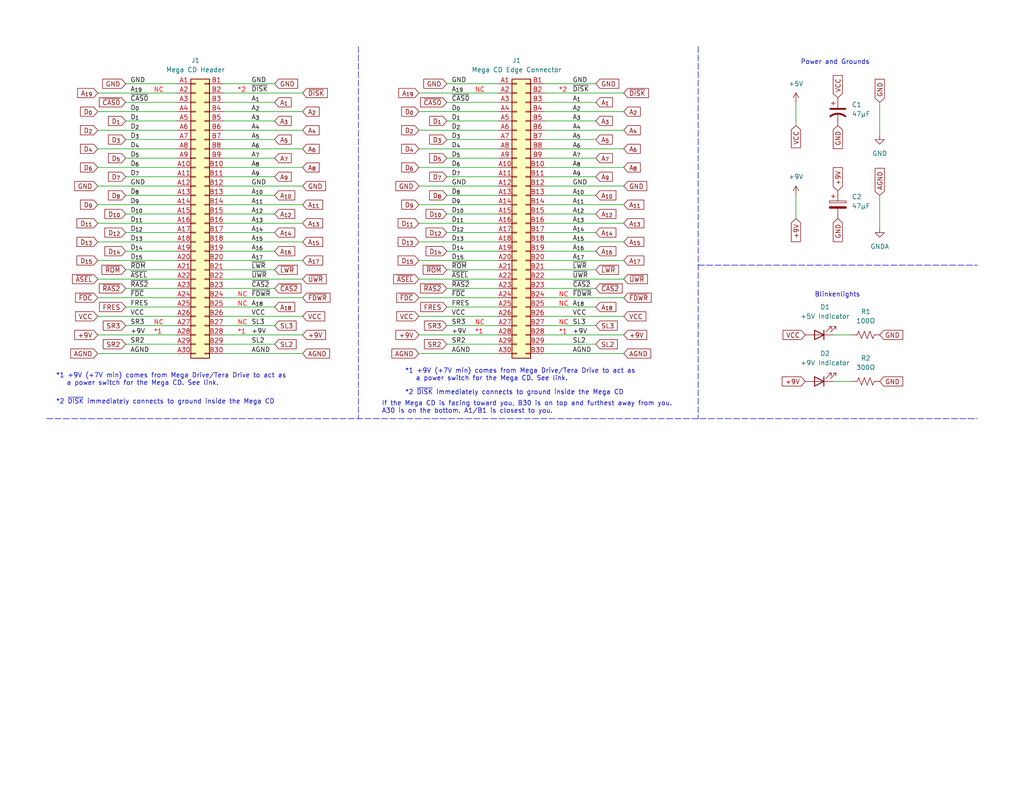
<source format=kicad_sch>
(kicad_sch (version 20230121) (generator eeschema)
  (paper "USLetter")
  (title_block (title "MegaCD Cable Adapter") (date "2023-11-23") (rev "1") (company "@ZiggyTheHamster@ruby.social"))
  (lib_symbols
    (symbol "Device:C_Polarized" (pin_numbers hide) (pin_names (offset 0.254))
      (property "Reference" "C" (at 0.635 2.54 0))
      (property "Value" "C_Polarized" (at 0.635 -2.54 0))
      (symbol "C_Polarized_0_1"
        (rectangle (start -2.286 0.508) (end 2.286 1.016))
        (polyline (pts (xy -1.778 2.286) (xy -0.762 2.286)))
        (polyline (pts (xy -1.27 2.794) (xy -1.27 1.778)))
        (rectangle (start 2.286 -0.508) (end -2.286 -1.016) (fill (type outline)))
      )
      (symbol "C_Polarized_1_1"
        (pin passive line (at 0 3.81 270) (length 2.794) (name "~") (number "1"))
        (pin passive line (at 0 -3.81 90) (length 2.794) (name "~") (number "2"))
      )
    )
    (symbol "Device:C_Polarized_US" (pin_numbers hide) (pin_names (offset 0.254) hide)
      (property "Reference" "C" (at 0.635 2.54 0))
      (property "Value" "C_Polarized_US" (at 0.635 -2.54 0))
      (symbol "C_Polarized_US_0_1"
        (polyline (pts (xy -2.032 0.762) (xy 2.032 0.762)) (stroke (width 0.508)))
        (polyline (pts (xy -1.778 2.286) (xy -0.762 2.286)))
        (polyline (pts (xy -1.27 1.778) (xy -1.27 2.794)))
        (arc (start 2.032 -1.27) (mid 0 -0.5572) (end -2.032 -1.27) (stroke (width 0.508)))
      )
      (symbol "C_Polarized_US_1_1"
        (pin passive line (at 0 3.81 270) (length 2.794) (name "~") (number "1"))
        (pin passive line (at 0 -3.81 90) (length 3.302) (name "~") (number "2"))
      )
    )
    (symbol "Device:LED" (pin_numbers hide) (pin_names (offset 1.016) hide)
      (property "Reference" "D" (at 0 2.54 0))
      (property "Value" "LED" (at 0 -2.54 0))
      (symbol "LED_0_1"
        (polyline (pts (xy -1.27 -1.27) (xy -1.27 1.27)) (stroke (width 0.254)))
        (polyline (pts (xy -1.27 0) (xy 1.27 0)))
        (polyline (pts (xy 1.27 -1.27) (xy 1.27 1.27) (xy -1.27 0) (xy 1.27 -1.27)) (stroke (width 0.254)))
        (polyline (pts (xy -3.048 -0.762) (xy -4.572 -2.286) (xy -3.81 -2.286) (xy -4.572 -2.286) (xy -4.572 -1.524)))
        (polyline (pts (xy -1.778 -0.762) (xy -3.302 -2.286) (xy -2.54 -2.286) (xy -3.302 -2.286) (xy -3.302 -1.524)))
      )
      (symbol "LED_1_1"
        (pin passive line (at -3.81 0 0) (length 2.54) (name "K") (number "1"))
        (pin passive line (at 3.81 0 180) (length 2.54) (name "A") (number "2"))
      )
    )
    (symbol "Device:R_US" (pin_numbers hide) (pin_names (offset 0))
      (property "Reference" "R" (at 2.54 0 90))
      (property "Value" "R_US" (at -2.54 0 90))
      (symbol "R_US_0_1"
        (polyline (pts (xy 0 -2.286) (xy 0 -2.54)))
        (polyline (pts (xy 0 2.286) (xy 0 2.54)))
        (polyline (pts (xy 0 -0.762) (xy 1.016 -1.143) (xy 0 -1.524) (xy -1.016 -1.905) (xy 0 -2.286)))
        (polyline (pts (xy 0 0.762) (xy 1.016 0.381) (xy 0 0) (xy -1.016 -0.381) (xy 0 -0.762)))
        (polyline (pts (xy 0 2.286) (xy 1.016 1.905) (xy 0 1.524) (xy -1.016 1.143) (xy 0 0.762)))
      )
      (symbol "R_US_1_1"
        (pin passive line (at 0 3.81 270) (length 1.27) (name "~") (number "1"))
        (pin passive line (at 0 -3.81 90) (length 1.27) (name "~") (number "2"))
      )
    )
    (symbol "Sega:Conn_02x30_Row_Letter_First_Capitalized" (pin_names (offset 1.016) hide)
      (property "Reference" "J" (at 1.27 38.1 0))
      (property "Value" "Conn_02x30_Row_Letter_First_Capitalized" (at 1.27 -40.64 0))
      (symbol "Conn_02x30_Row_Letter_First_Capitalized_1_1"
        (rectangle (start -1.27 -37.973) (end 0 -38.227) (stroke (width 0.1524)))
        (rectangle (start -1.27 -35.433) (end 0 -35.687) (stroke (width 0.1524)))
        (rectangle (start -1.27 -32.893) (end 0 -33.147) (stroke (width 0.1524)))
        (rectangle (start -1.27 -30.353) (end 0 -30.607) (stroke (width 0.1524)))
        (rectangle (start -1.27 -27.813) (end 0 -28.067) (stroke (width 0.1524)))
        (rectangle (start -1.27 -25.273) (end 0 -25.527) (stroke (width 0.1524)))
        (rectangle (start -1.27 -22.733) (end 0 -22.987) (stroke (width 0.1524)))
        (rectangle (start -1.27 -20.193) (end 0 -20.447) (stroke (width 0.1524)))
        (rectangle (start -1.27 -17.653) (end 0 -17.907) (stroke (width 0.1524)))
        (rectangle (start -1.27 -15.113) (end 0 -15.367) (stroke (width 0.1524)))
        (rectangle (start -1.27 -12.573) (end 0 -12.827) (stroke (width 0.1524)))
        (rectangle (start -1.27 -10.033) (end 0 -10.287) (stroke (width 0.1524)))
        (rectangle (start -1.27 -7.493) (end 0 -7.747) (stroke (width 0.1524)))
        (rectangle (start -1.27 -4.953) (end 0 -5.207) (stroke (width 0.1524)))
        (rectangle (start -1.27 -2.413) (end 0 -2.667) (stroke (width 0.1524)))
        (rectangle (start -1.27 0.127) (end 0 -0.127) (stroke (width 0.1524)))
        (rectangle (start -1.27 2.667) (end 0 2.413) (stroke (width 0.1524)))
        (rectangle (start -1.27 5.207) (end 0 4.953) (stroke (width 0.1524)))
        (rectangle (start -1.27 7.747) (end 0 7.493) (stroke (width 0.1524)))
        (rectangle (start -1.27 10.287) (end 0 10.033) (stroke (width 0.1524)))
        (rectangle (start -1.27 12.827) (end 0 12.573) (stroke (width 0.1524)))
        (rectangle (start -1.27 15.367) (end 0 15.113) (stroke (width 0.1524)))
        (rectangle (start -1.27 17.907) (end 0 17.653) (stroke (width 0.1524)))
        (rectangle (start -1.27 20.447) (end 0 20.193) (stroke (width 0.1524)))
        (rectangle (start -1.27 22.987) (end 0 22.733) (stroke (width 0.1524)))
        (rectangle (start -1.27 25.527) (end 0 25.273) (stroke (width 0.1524)))
        (rectangle (start -1.27 28.067) (end 0 27.813) (stroke (width 0.1524)))
        (rectangle (start -1.27 30.607) (end 0 30.353) (stroke (width 0.1524)))
        (rectangle (start -1.27 33.147) (end 0 32.893) (stroke (width 0.1524)))
        (rectangle (start -1.27 35.687) (end 0 35.433) (stroke (width 0.1524)))
        (rectangle (start -1.27 36.83) (end 3.81 -39.37) (stroke (width 0.254)) (fill (type background)))
        (rectangle (start 3.81 -37.973) (end 2.54 -38.227) (stroke (width 0.1524)))
        (rectangle (start 3.81 -35.433) (end 2.54 -35.687) (stroke (width 0.1524)))
        (rectangle (start 3.81 -32.893) (end 2.54 -33.147) (stroke (width 0.1524)))
        (rectangle (start 3.81 -30.353) (end 2.54 -30.607) (stroke (width 0.1524)))
        (rectangle (start 3.81 -27.813) (end 2.54 -28.067) (stroke (width 0.1524)))
        (rectangle (start 3.81 -25.273) (end 2.54 -25.527) (stroke (width 0.1524)))
        (rectangle (start 3.81 -22.733) (end 2.54 -22.987) (stroke (width 0.1524)))
        (rectangle (start 3.81 -20.193) (end 2.54 -20.447) (stroke (width 0.1524)))
        (rectangle (start 3.81 -17.653) (end 2.54 -17.907) (stroke (width 0.1524)))
        (rectangle (start 3.81 -15.113) (end 2.54 -15.367) (stroke (width 0.1524)))
        (rectangle (start 3.81 -12.573) (end 2.54 -12.827) (stroke (width 0.1524)))
        (rectangle (start 3.81 -10.033) (end 2.54 -10.287) (stroke (width 0.1524)))
        (rectangle (start 3.81 -7.493) (end 2.54 -7.747) (stroke (width 0.1524)))
        (rectangle (start 3.81 -4.953) (end 2.54 -5.207) (stroke (width 0.1524)))
        (rectangle (start 3.81 -2.413) (end 2.54 -2.667) (stroke (width 0.1524)))
        (rectangle (start 3.81 0.127) (end 2.54 -0.127) (stroke (width 0.1524)))
        (rectangle (start 3.81 2.667) (end 2.54 2.413) (stroke (width 0.1524)))
        (rectangle (start 3.81 5.207) (end 2.54 4.953) (stroke (width 0.1524)))
        (rectangle (start 3.81 7.747) (end 2.54 7.493) (stroke (width 0.1524)))
        (rectangle (start 3.81 10.287) (end 2.54 10.033) (stroke (width 0.1524)))
        (rectangle (start 3.81 12.827) (end 2.54 12.573) (stroke (width 0.1524)))
        (rectangle (start 3.81 15.367) (end 2.54 15.113) (stroke (width 0.1524)))
        (rectangle (start 3.81 17.907) (end 2.54 17.653) (stroke (width 0.1524)))
        (rectangle (start 3.81 20.447) (end 2.54 20.193) (stroke (width 0.1524)))
        (rectangle (start 3.81 22.987) (end 2.54 22.733) (stroke (width 0.1524)))
        (rectangle (start 3.81 25.527) (end 2.54 25.273) (stroke (width 0.1524)))
        (rectangle (start 3.81 28.067) (end 2.54 27.813) (stroke (width 0.1524)))
        (rectangle (start 3.81 30.607) (end 2.54 30.353) (stroke (width 0.1524)))
        (rectangle (start 3.81 33.147) (end 2.54 32.893) (stroke (width 0.1524)))
        (rectangle (start 3.81 35.687) (end 2.54 35.433) (stroke (width 0.1524)))
        (pin passive line (at -5.08 35.56 0) (length 3.81) (name "Pin_a1") (number "A1"))
        (pin passive line (at -5.08 12.7 0) (length 3.81) (name "Pin_a10") (number "A10"))
        (pin passive line (at -5.08 10.16 0) (length 3.81) (name "Pin_a11") (number "A11"))
        (pin passive line (at -5.08 7.62 0) (length 3.81) (name "Pin_a12") (number "A12"))
        (pin passive line (at -5.08 5.08 0) (length 3.81) (name "Pin_a13") (number "A13"))
        (pin passive line (at -5.08 2.54 0) (length 3.81) (name "Pin_a14") (number "A14"))
        (pin passive line (at -5.08 0 0) (length 3.81) (name "Pin_a15") (number "A15"))
        (pin passive line (at -5.08 -2.54 0) (length 3.81) (name "Pin_a16") (number "A16"))
        (pin passive line (at -5.08 -5.08 0) (length 3.81) (name "Pin_a17") (number "A17"))
        (pin passive line (at -5.08 -7.62 0) (length 3.81) (name "Pin_a18") (number "A18"))
        (pin passive line (at -5.08 -10.16 0) (length 3.81) (name "Pin_a19") (number "A19"))
        (pin passive line (at -5.08 33.02 0) (length 3.81) (name "Pin_a2") (number "A2"))
        (pin passive line (at -5.08 -12.7 0) (length 3.81) (name "Pin_a20") (number "A20"))
        (pin passive line (at -5.08 -15.24 0) (length 3.81) (name "Pin_a21") (number "A21"))
        (pin passive line (at -5.08 -17.78 0) (length 3.81) (name "Pin_a22") (number "A22"))
        (pin passive line (at -5.08 -20.32 0) (length 3.81) (name "Pin_a23") (number "A23"))
        (pin passive line (at -5.08 -22.86 0) (length 3.81) (name "Pin_a24") (number "A24"))
        (pin passive line (at -5.08 -25.4 0) (length 3.81) (name "Pin_a25") (number "A25"))
        (pin passive line (at -5.08 -27.94 0) (length 3.81) (name "Pin_a26") (number "A26"))
        (pin passive line (at -5.08 -30.48 0) (length 3.81) (name "Pin_a27") (number "A27"))
        (pin passive line (at -5.08 -33.02 0) (length 3.81) (name "Pin_a28") (number "A28"))
        (pin passive line (at -5.08 -35.56 0) (length 3.81) (name "Pin_a29") (number "A29"))
        (pin passive line (at -5.08 30.48 0) (length 3.81) (name "Pin_a3") (number "A3"))
        (pin passive line (at -5.08 -38.1 0) (length 3.81) (name "Pin_a30") (number "A30"))
        (pin passive line (at -5.08 27.94 0) (length 3.81) (name "Pin_a4") (number "A4"))
        (pin passive line (at -5.08 25.4 0) (length 3.81) (name "Pin_a5") (number "A5"))
        (pin passive line (at -5.08 22.86 0) (length 3.81) (name "Pin_a6") (number "A6"))
        (pin passive line (at -5.08 20.32 0) (length 3.81) (name "Pin_a7") (number "A7"))
        (pin passive line (at -5.08 17.78 0) (length 3.81) (name "Pin_a8") (number "A8"))
        (pin passive line (at -5.08 15.24 0) (length 3.81) (name "Pin_a9") (number "A9"))
        (pin passive line (at 7.62 35.56 180) (length 3.81) (name "Pin_b1") (number "B1"))
        (pin passive line (at 7.62 12.7 180) (length 3.81) (name "Pin_b10") (number "B10"))
        (pin passive line (at 7.62 10.16 180) (length 3.81) (name "Pin_b11") (number "B11"))
        (pin passive line (at 7.62 7.62 180) (length 3.81) (name "Pin_b12") (number "B12"))
        (pin passive line (at 7.62 5.08 180) (length 3.81) (name "Pin_b13") (number "B13"))
        (pin passive line (at 7.62 2.54 180) (length 3.81) (name "Pin_b14") (number "B14"))
        (pin passive line (at 7.62 0 180) (length 3.81) (name "Pin_b15") (number "B15"))
        (pin passive line (at 7.62 -2.54 180) (length 3.81) (name "Pin_b16") (number "B16"))
        (pin passive line (at 7.62 -5.08 180) (length 3.81) (name "Pin_b17") (number "B17"))
        (pin passive line (at 7.62 -7.62 180) (length 3.81) (name "Pin_b18") (number "B18"))
        (pin passive line (at 7.62 -10.16 180) (length 3.81) (name "Pin_b19") (number "B19"))
        (pin passive line (at 7.62 33.02 180) (length 3.81) (name "Pin_b2") (number "B2"))
        (pin passive line (at 7.62 -12.7 180) (length 3.81) (name "Pin_b20") (number "B20"))
        (pin passive line (at 7.62 -15.24 180) (length 3.81) (name "Pin_b21") (number "B21"))
        (pin passive line (at 7.62 -17.78 180) (length 3.81) (name "Pin_b22") (number "B22"))
        (pin passive line (at 7.62 -20.32 180) (length 3.81) (name "Pin_b23") (number "B23"))
        (pin passive line (at 7.62 -22.86 180) (length 3.81) (name "Pin_b24") (number "B24"))
        (pin passive line (at 7.62 -25.4 180) (length 3.81) (name "Pin_b25") (number "B25"))
        (pin passive line (at 7.62 -27.94 180) (length 3.81) (name "Pin_b26") (number "B26"))
        (pin passive line (at 7.62 -30.48 180) (length 3.81) (name "Pin_b27") (number "B27"))
        (pin passive line (at 7.62 -33.02 180) (length 3.81) (name "Pin_b28") (number "B28"))
        (pin passive line (at 7.62 -35.56 180) (length 3.81) (name "Pin_b29") (number "B29"))
        (pin passive line (at 7.62 30.48 180) (length 3.81) (name "Pin_b3") (number "B3"))
        (pin passive line (at 7.62 -38.1 180) (length 3.81) (name "Pin_b30") (number "B30"))
        (pin passive line (at 7.62 27.94 180) (length 3.81) (name "Pin_b4") (number "B4"))
        (pin passive line (at 7.62 25.4 180) (length 3.81) (name "Pin_b5") (number "B5"))
        (pin passive line (at 7.62 22.86 180) (length 3.81) (name "Pin_b6") (number "B6"))
        (pin passive line (at 7.62 20.32 180) (length 3.81) (name "Pin_b7") (number "B7"))
        (pin passive line (at 7.62 17.78 180) (length 3.81) (name "Pin_b8") (number "B8"))
        (pin passive line (at 7.62 15.24 180) (length 3.81) (name "Pin_b9") (number "B9"))
      )
    )
    (symbol "power:+5V" (power) (pin_names (offset 0))
      (property "Value" "+5V" (at 0 3.556 0))
      (symbol "+5V_0_1"
        (polyline (pts (xy -0.762 1.27) (xy 0 2.54)))
        (polyline (pts (xy 0 0) (xy 0 2.54)))
        (polyline (pts (xy 0 2.54) (xy 0.762 1.27)))
      )
      (symbol "+5V_1_1"
        (pin power_in line (at 0 0 90) (length 0) hide (name "+5V") (number "1"))
      )
    )
    (symbol "power:+9V" (power) (pin_names (offset 0))
      (property "Value" "+9V" (at 0 3.556 0))
      (symbol "+9V_0_1"
        (polyline (pts (xy -0.762 1.27) (xy 0 2.54)))
        (polyline (pts (xy 0 0) (xy 0 2.54)))
        (polyline (pts (xy 0 2.54) (xy 0.762 1.27)))
      )
      (symbol "+9V_1_1"
        (pin power_in line (at 0 0 90) (length 0) hide (name "+9V") (number "1"))
      )
    )
    (symbol "power:GND" (power) (pin_names (offset 0))
      (property "Value" "GND" (at 0 -3.81 0))
      (symbol "GND_0_1"
        (polyline (pts (xy 0 0) (xy 0 -1.27) (xy 1.27 -1.27) (xy 0 -2.54) (xy -1.27 -1.27) (xy 0 -1.27)))
      )
      (symbol "GND_1_1"
        (pin power_in line (at 0 0 270) (length 0) hide (name "GND") (number "1"))
      )
    )
    (symbol "power:GNDA" (power) (pin_names (offset 0))
      (property "Value" "GNDA" (at 0 -3.81 0))
      (symbol "GNDA_0_1"
        (polyline (pts (xy 0 0) (xy 0 -1.27) (xy 1.27 -1.27) (xy 0 -2.54) (xy -1.27 -1.27) (xy 0 -1.27)))
      )
      (symbol "GNDA_1_1"
        (pin power_in line (at 0 0 270) (length 0) hide (name "GNDA") (number "1"))
      )
    )
  )
  (wire (pts (xy 26.67 45.72) (xy 48.26 45.72)))
  (wire (pts (xy 26.67 76.2) (xy 48.26 76.2)))
  (wire (pts (xy 148.59 93.98) (xy 162.56 93.98)))
  (wire (pts (xy 60.96 33.02) (xy 74.93 33.02)))
  (wire (pts (xy 148.59 43.18) (xy 162.56 43.18)))
  (wire (pts (xy 60.96 48.26) (xy 74.93 48.26)))
  (wire (pts (xy 26.67 96.52) (xy 48.26 96.52)))
  (wire (pts (xy 34.29 27.94) (xy 48.26 27.94)))
  (wire (pts (xy 60.96 71.12) (xy 82.55 71.12)))
  (wire (pts (xy 34.29 33.02) (xy 48.26 33.02)))
  (wire (pts (xy 60.96 50.8) (xy 82.55 50.8)))
  (wire (pts (xy 148.59 76.2) (xy 170.18 76.2)))
  (wire (pts (xy 60.96 22.86) (xy 74.93 22.86)))
  (wire (pts (xy 60.96 60.96) (xy 82.55 60.96)))
  (wire (pts (xy 227.33 104.14) (xy 232.41 104.14)))
  (wire (pts (xy 114.3 71.12) (xy 135.89 71.12)))
  (wire (pts (xy 60.96 40.64) (xy 82.55 40.64)))
  (wire (pts (xy 26.67 66.04) (xy 48.26 66.04)))
  (wire (pts (xy 148.59 27.94) (xy 162.56 27.94)))
  (wire (pts (xy 240.03 27.94) (xy 240.03 36.83)))
  (wire (pts (xy 34.29 58.42) (xy 48.26 58.42)))
  (wire (pts (xy 34.29 38.1) (xy 48.26 38.1)))
  (wire (pts (xy 121.92 22.86) (xy 135.89 22.86)))
  (wire (pts (xy 114.3 50.8) (xy 135.89 50.8)))
  (wire (pts (xy 148.59 83.82) (xy 162.56 83.82)))
  (wire (pts (xy 34.29 93.98) (xy 48.26 93.98)))
  (wire (pts (xy 60.96 73.66) (xy 74.93 73.66)))
  (wire (pts (xy 114.3 66.04) (xy 135.89 66.04)))
  (wire (pts (xy 114.3 25.4) (xy 135.89 25.4)))
  (wire (pts (xy 148.59 38.1) (xy 162.56 38.1)))
  (wire (pts (xy 148.59 40.64) (xy 170.18 40.64)))
  (wire (pts (xy 217.17 27.94) (xy 217.17 34.29)))
  (wire (pts (xy 26.67 25.4) (xy 48.26 25.4)))
  (wire (pts (xy 148.59 53.34) (xy 162.56 53.34)))
  (wire (pts (xy 26.67 55.88) (xy 48.26 55.88)))
  (wire (pts (xy 60.96 58.42) (xy 74.93 58.42)))
  (wire (pts (xy 148.59 91.44) (xy 170.18 91.44)))
  (wire (pts (xy 148.59 25.4) (xy 170.18 25.4)))
  (wire (pts (xy 121.92 63.5) (xy 135.89 63.5)))
  (wire (pts (xy 60.96 35.56) (xy 82.55 35.56)))
  (wire (pts (xy 60.96 55.88) (xy 82.55 55.88)))
  (wire (pts (xy 114.3 40.64) (xy 135.89 40.64)))
  (wire (pts (xy 26.67 30.48) (xy 48.26 30.48)))
  (wire (pts (xy 121.92 33.02) (xy 135.89 33.02)))
  (wire (pts (xy 26.67 60.96) (xy 48.26 60.96)))
  (wire (pts (xy 60.96 30.48) (xy 82.55 30.48)))
  (wire (pts (xy 114.3 35.56) (xy 135.89 35.56)))
  (wire (pts (xy 60.96 78.74) (xy 74.93 78.74)))
  (wire (pts (xy 34.29 88.9) (xy 48.26 88.9)))
  (wire (pts (xy 60.96 45.72) (xy 82.55 45.72)))
  (wire (pts (xy 240.03 53.34) (xy 240.03 62.23)))
  (wire (pts (xy 148.59 48.26) (xy 162.56 48.26)))
  (wire (pts (xy 121.92 78.74) (xy 135.89 78.74)))
  (wire (pts (xy 121.92 68.58) (xy 135.89 68.58)))
  (wire (pts (xy 60.96 76.2) (xy 82.55 76.2)))
  (wire (pts (xy 34.29 43.18) (xy 48.26 43.18)))
  (wire (pts (xy 148.59 60.96) (xy 170.18 60.96)))
  (wire (pts (xy 60.96 43.18) (xy 74.93 43.18)))
  (wire (pts (xy 26.67 50.8) (xy 48.26 50.8)))
  (wire (pts (xy 60.96 66.04) (xy 82.55 66.04)))
  (wire (pts (xy 114.3 86.36) (xy 135.89 86.36)))
  (wire (pts (xy 114.3 55.88) (xy 135.89 55.88)))
  (wire (pts (xy 148.59 96.52) (xy 170.18 96.52)))
  (wire (pts (xy 114.3 60.96) (xy 135.89 60.96)))
  (wire (pts (xy 60.96 27.94) (xy 74.93 27.94)))
  (wire (pts (xy 148.59 35.56) (xy 170.18 35.56)))
  (wire (pts (xy 34.29 73.66) (xy 48.26 73.66)))
  (wire (pts (xy 121.92 88.9) (xy 135.89 88.9)))
  (wire (pts (xy 121.92 43.18) (xy 135.89 43.18)))
  (wire (pts (xy 148.59 66.04) (xy 170.18 66.04)))
  (wire (pts (xy 148.59 45.72) (xy 170.18 45.72)))
  (wire (pts (xy 148.59 30.48) (xy 170.18 30.48)))
  (wire (pts (xy 148.59 58.42) (xy 162.56 58.42)))
  (wire (pts (xy 26.67 35.56) (xy 48.26 35.56)))
  (wire (pts (xy 227.33 91.44) (xy 232.41 91.44)))
  (wire (pts (xy 60.96 88.9) (xy 74.93 88.9)))
  (wire (pts (xy 114.3 96.52) (xy 135.89 96.52)))
  (wire (pts (xy 60.96 38.1) (xy 74.93 38.1)))
  (wire (pts (xy 60.96 96.52) (xy 82.55 96.52)))
  (polyline (pts (xy 190.5 72.39) (xy 266.7 72.39)) (stroke (width 0) (type dash)))
  (wire (pts (xy 114.3 91.44) (xy 135.89 91.44)))
  (wire (pts (xy 60.96 91.44) (xy 82.55 91.44)))
  (wire (pts (xy 114.3 45.72) (xy 135.89 45.72)))
  (polyline (pts (xy 190.5 12.7) (xy 190.5 114.3)) (stroke (width 0) (type dash)))
  (wire (pts (xy 148.59 73.66) (xy 162.56 73.66)))
  (wire (pts (xy 26.67 71.12) (xy 48.26 71.12)))
  (wire (pts (xy 60.96 68.58) (xy 74.93 68.58)))
  (wire (pts (xy 121.92 73.66) (xy 135.89 73.66)))
  (wire (pts (xy 34.29 48.26) (xy 48.26 48.26)))
  (wire (pts (xy 148.59 78.74) (xy 162.56 78.74)))
  (wire (pts (xy 34.29 53.34) (xy 48.26 53.34)))
  (wire (pts (xy 34.29 78.74) (xy 48.26 78.74)))
  (wire (pts (xy 60.96 86.36) (xy 82.55 86.36)))
  (wire (pts (xy 148.59 71.12) (xy 170.18 71.12)))
  (wire (pts (xy 148.59 86.36) (xy 170.18 86.36)))
  (wire (pts (xy 114.3 81.28) (xy 135.89 81.28)))
  (wire (pts (xy 26.67 40.64) (xy 48.26 40.64)))
  (wire (pts (xy 121.92 83.82) (xy 135.89 83.82)))
  (wire (pts (xy 60.96 53.34) (xy 74.93 53.34)))
  (wire (pts (xy 121.92 38.1) (xy 135.89 38.1)))
  (wire (pts (xy 60.96 63.5) (xy 74.93 63.5)))
  (wire (pts (xy 114.3 30.48) (xy 135.89 30.48)))
  (wire (pts (xy 148.59 88.9) (xy 162.56 88.9)))
  (polyline (pts (xy 97.79 12.7) (xy 97.79 114.3)) (stroke (width 0) (type dash)))
  (wire (pts (xy 121.92 53.34) (xy 135.89 53.34)))
  (wire (pts (xy 26.67 91.44) (xy 48.26 91.44)))
  (wire (pts (xy 60.96 93.98) (xy 74.93 93.98)))
  (wire (pts (xy 34.29 63.5) (xy 48.26 63.5)))
  (wire (pts (xy 34.29 22.86) (xy 48.26 22.86)))
  (wire (pts (xy 60.96 81.28) (xy 82.55 81.28)))
  (wire (pts (xy 121.92 48.26) (xy 135.89 48.26)))
  (polyline (pts (xy 12.7 114.3) (xy 266.7 114.3)) (stroke (width 0) (type dash)))
  (wire (pts (xy 121.92 58.42) (xy 135.89 58.42)))
  (wire (pts (xy 34.29 83.82) (xy 48.26 83.82)))
  (wire (pts (xy 217.17 53.34) (xy 217.17 59.69)))
  (wire (pts (xy 148.59 22.86) (xy 162.56 22.86)))
  (wire (pts (xy 121.92 27.94) (xy 135.89 27.94)))
  (wire (pts (xy 121.92 93.98) (xy 135.89 93.98)))
  (wire (pts (xy 148.59 33.02) (xy 162.56 33.02)))
  (wire (pts (xy 34.29 68.58) (xy 48.26 68.58)))
  (wire (pts (xy 26.67 81.28) (xy 48.26 81.28)))
  (wire (pts (xy 148.59 68.58) (xy 162.56 68.58)))
  (wire (pts (xy 114.3 76.2) (xy 135.89 76.2)))
  (wire (pts (xy 148.59 81.28) (xy 170.18 81.28)))
  (wire (pts (xy 60.96 83.82) (xy 74.93 83.82)))
  (wire (pts (xy 148.59 50.8) (xy 170.18 50.8)))
  (wire (pts (xy 60.96 25.4) (xy 82.55 25.4)))
  (wire (pts (xy 148.59 55.88) (xy 170.18 55.88)))
  (wire (pts (xy 148.59 63.5) (xy 162.56 63.5)))
  (wire (pts (xy 26.67 86.36) (xy 48.26 86.36)))
  (text "If the Mega CD is facing toward you, B30 is on top and furthest away from you.\nA30 is on the bottom. A1/B1 is closest to you." (at 104.14 113.03 0) (effects (font (size 1.27 1.27)) (justify left bottom)))
  (text "*2 ~{DISK} immediately connects to ground inside the Mega CD" (at 15.24 110.49 0) (effects (font (size 1.27 1.27)) (justify left bottom)))
  (text "NC" (at 64.77 88.9 0) (effects (font (size 1.27 1.27)) (justify left bottom)))
  (text "*1" (at 152.4 91.44 0) (effects (font (size 1.27 1.27)) (justify left bottom)))
  (text "NC" (at 152.4 81.28 0) (effects (font (size 1.27 1.27)) (justify left bottom)))
  (text "*1 +9V (+7V min) comes from Mega Drive/Tera Drive to act as\n   a power switch for the Mega CD. See link." (at 15.24 105.41 0) (effects (font (size 1.27 1.27)) (justify left bottom)))
  (text "NC" (at 64.77 81.28 0) (effects (font (size 1.27 1.27)) (justify left bottom)))
  (text "*1" (at 129.54 91.44 0) (effects (font (size 1.27 1.27)) (justify left bottom)))
  (text "Blinkenlights" (at 222.25 81.28 0) (effects (font (size 1.27 1.27)) (justify left bottom)))
  (text "*1" (at 64.77 91.44 0) (effects (font (size 1.27 1.27)) (justify left bottom)))
  (text "Power and Grounds" (at 218.44 17.78 0) (effects (font (size 1.27 1.27)) (justify left bottom)))
  (text "*2" (at 64.77 25.4 0) (effects (font (size 1.27 1.27)) (justify left bottom)))
  (text "*2 ~{DISK} immediately connects to ground inside the Mega CD" (at 110.49 107.95 0) (effects (font (size 1.27 1.27)) (justify left bottom)))
  (text "NC" (at 129.54 25.4 0) (effects (font (size 1.27 1.27)) (justify left bottom)))
  (text "NC" (at 152.4 83.82 0) (effects (font (size 1.27 1.27)) (justify left bottom)))
  (text "NC" (at 64.77 83.82 0) (effects (font (size 1.27 1.27)) (justify left bottom)))
  (text "*1" (at 41.91 91.44 0) (effects (font (size 1.27 1.27)) (justify left bottom)))
  (text "*2" (at 152.4 25.4 0) (effects (font (size 1.27 1.27)) (justify left bottom)))
  (text "*1 +9V (+7V min) comes from Mega Drive/Tera Drive to act as\n   a power switch for the Mega CD. See link." (at 110.49 104.14 0) (effects (font (size 1.27 1.27)) (justify left bottom)))
  (text "NC" (at 152.4 88.9 0) (effects (font (size 1.27 1.27)) (justify left bottom)))
  (text "NC" (at 129.54 88.9 0) (effects (font (size 1.27 1.27)) (justify left bottom)))
  (text "NC" (at 41.91 25.4 0) (effects (font (size 1.27 1.27)) (justify left bottom)))
  (text "NC" (at 41.91 88.9 0) (effects (font (size 1.27 1.27)) (justify left bottom)))
  (label "+9V" (at 123.19 91.44 0))
  (label "D_{4}" (at 35.56 40.64 0))
  (label "A_{11}" (at 156.21 55.88 0))
  (label "A_{7}" (at 68.58 43.18 0))
  (label "A_{2}" (at 156.21 30.48 0))
  (label "D_{14}" (at 35.56 68.58 0))
  (label "D_{5}" (at 123.19 43.18 0))
  (label "GND" (at 35.56 22.86 0))
  (label "VCC" (at 156.21 86.36 0))
  (label "SR3" (at 35.56 88.9 0))
  (label "SR3" (at 123.19 88.9 0))
  (label "+9V" (at 35.56 91.44 0))
  (label "GND" (at 68.58 22.86 0))
  (label "A_{1}" (at 68.58 27.94 0))
  (label "~{UWR}" (at 156.21 76.2 0))
  (label "D_{11}" (at 35.56 60.96 0))
  (label "D_{4}" (at 123.19 40.64 0))
  (label "AGND" (at 68.58 96.52 0))
  (label "GND" (at 123.19 22.86 0))
  (label "~{DISK}" (at 156.21 25.4 0))
  (label "D_{1}" (at 123.19 33.02 0))
  (label "D_{3}" (at 35.56 38.1 0))
  (label "D_{12}" (at 35.56 63.5 0))
  (label "A_{3}" (at 156.21 33.02 0))
  (label "A_{8}" (at 68.58 45.72 0))
  (label "D_{13}" (at 35.56 66.04 0))
  (label "A_{15}" (at 68.58 66.04 0))
  (label "~{FDC}" (at 35.56 81.28 0))
  (label "~{UWR}" (at 68.58 76.2 0))
  (label "SR2" (at 35.56 93.98 0))
  (label "A_{10}" (at 156.21 53.34 0))
  (label "D_{6}" (at 123.19 45.72 0))
  (label "AGND" (at 35.56 96.52 0))
  (label "D_{1}" (at 35.56 33.02 0))
  (label "D_{8}" (at 35.56 53.34 0))
  (label "D_{7}" (at 35.56 48.26 0))
  (label "D_{0}" (at 123.19 30.48 0))
  (label "~{RAS2}" (at 123.19 78.74 0))
  (label "VCC" (at 35.56 86.36 0))
  (label "A_{1}" (at 156.21 27.94 0))
  (label "AGND" (at 156.21 96.52 0))
  (label "GND" (at 156.21 22.86 0))
  (label "A_{8}" (at 156.21 45.72 0))
  (label "AGND" (at 123.19 96.52 0))
  (label "D_{8}" (at 123.19 53.34 0))
  (label "A_{17}" (at 156.21 71.12 0))
  (label "D_{2}" (at 35.56 35.56 0))
  (label "D_{9}" (at 35.56 55.88 0))
  (label "~{FDWR}" (at 68.58 81.28 0))
  (label "D_{6}" (at 35.56 45.72 0))
  (label "A_{9}" (at 156.21 48.26 0))
  (label "D_{10}" (at 35.56 58.42 0))
  (label "A_{4}" (at 68.58 35.56 0))
  (label "D_{12}" (at 123.19 63.5 0))
  (label "SL3" (at 68.58 88.9 0))
  (label "SL2" (at 68.58 93.98 0))
  (label "A_{19}" (at 35.56 25.4 0))
  (label "VCC" (at 68.58 86.36 0))
  (label "D_{9}" (at 123.19 55.88 0))
  (label "~{LWR}" (at 68.58 73.66 0))
  (label "VCC" (at 123.19 86.36 0))
  (label "D_{7}" (at 123.19 48.26 0))
  (label "A_{5}" (at 68.58 38.1 0))
  (label "A_{5}" (at 156.21 38.1 0))
  (label "A_{14}" (at 156.21 63.5 0))
  (label "FRES" (at 35.56 83.82 0))
  (label "~{DISK}" (at 68.58 25.4 0))
  (label "SR2" (at 123.19 93.98 0))
  (label "~{FDC}" (at 123.19 81.28 0))
  (label "A_{16}" (at 156.21 68.58 0))
  (label "A_{17}" (at 68.58 71.12 0))
  (label "+9V" (at 68.58 91.44 0))
  (label "D_{13}" (at 123.19 66.04 0))
  (label "~{ASEL}" (at 123.19 76.2 0))
  (label "A_{16}" (at 68.58 68.58 0))
  (label "A_{14}" (at 68.58 63.5 0))
  (label "A_{19}" (at 123.19 25.4 0))
  (label "D_{14}" (at 123.19 68.58 0))
  (label "A_{6}" (at 68.58 40.64 0))
  (label "~{ROM}" (at 35.56 73.66 0))
  (label "A_{2}" (at 68.58 30.48 0))
  (label "~{FDWR}" (at 156.21 81.28 0))
  (label "~{CAS0}" (at 35.56 27.94 0))
  (label "~{RAS2}" (at 35.56 78.74 0))
  (label "A_{3}" (at 68.58 33.02 0))
  (label "A_{7}" (at 156.21 43.18 0))
  (label "GND" (at 68.58 50.8 0))
  (label "~{LWR}" (at 156.21 73.66 0))
  (label "D_{10}" (at 123.19 58.42 0))
  (label "A_{13}" (at 156.21 60.96 0))
  (label "GND" (at 156.21 50.8 0))
  (label "A_{4}" (at 156.21 35.56 0))
  (label "D_{0}" (at 35.56 30.48 0))
  (label "GND" (at 35.56 50.8 0))
  (label "+9V" (at 156.21 91.44 0))
  (label "FRES" (at 123.19 83.82 0))
  (label "A_{6}" (at 156.21 40.64 0))
  (label "A_{11}" (at 68.58 55.88 0))
  (label "~{CAS0}" (at 123.19 27.94 0))
  (label "~{CAS2}" (at 156.21 78.74 0))
  (label "~{ASEL}" (at 35.56 76.2 0))
  (label "A_{9}" (at 68.58 48.26 0))
  (label "D_{15}" (at 123.19 71.12 0))
  (label "D_{15}" (at 35.56 71.12 0))
  (label "A_{18}" (at 156.21 83.82 0))
  (label "~{ROM}" (at 123.19 73.66 0))
  (label "A_{15}" (at 156.21 66.04 0))
  (label "D_{2}" (at 123.19 35.56 0))
  (label "D_{3}" (at 123.19 38.1 0))
  (label "A_{18}" (at 68.58 83.82 0))
  (label "SL3" (at 156.21 88.9 0))
  (label "D_{5}" (at 35.56 43.18 0))
  (label "~{CAS2}" (at 68.58 78.74 0))
  (label "A_{13}" (at 68.58 60.96 0))
  (label "A_{12}" (at 68.58 58.42 0))
  (label "A_{10}" (at 68.58 53.34 0))
  (label "D_{11}" (at 123.19 60.96 0))
  (label "GND" (at 123.19 50.8 0))
  (label "A_{12}" (at 156.21 58.42 0))
  (label "SL2" (at 156.21 93.98 0))
  (global_label "D_{13}" (shape input) (at 26.67 66.04 180) (property "Intersheetrefs" "${INTERSHEET_REFS}" (effects hide)))
  (global_label "A_{7}" (shape input) (at 74.93 43.18 0) (property "Intersheetrefs" "${INTERSHEET_REFS}" (effects hide)))
  (global_label "~{DISK}" (shape input) (at 82.55 25.4 0) (property "Intersheetrefs" "${INTERSHEET_REFS}" (effects hide)))
  (global_label "VCC" (shape input) (at 219.71 91.44 180) (property "Intersheetrefs" "${INTERSHEET_REFS}" (effects hide)))
  (global_label "D_{6}" (shape input) (at 26.67 45.72 180) (property "Intersheetrefs" "${INTERSHEET_REFS}" (effects hide)))
  (global_label "VCC" (shape input) (at 217.17 34.29 270) (property "Intersheetrefs" "${INTERSHEET_REFS}" (effects hide)))
  (global_label "GND" (shape input) (at 228.6 34.29 270) (property "Intersheetrefs" "${INTERSHEET_REFS}" (effects hide)))
  (global_label "D_{12}" (shape input) (at 34.29 63.5 180) (property "Intersheetrefs" "${INTERSHEET_REFS}" (effects hide)))
  (global_label "A_{8}" (shape input) (at 170.18 45.72 0) (property "Intersheetrefs" "${INTERSHEET_REFS}" (effects hide)))
  (global_label "~{UWR}" (shape input) (at 82.55 76.2 0) (property "Intersheetrefs" "${INTERSHEET_REFS}" (effects hide)))
  (global_label "D_{10}" (shape input) (at 121.92 58.42 180) (property "Intersheetrefs" "${INTERSHEET_REFS}" (effects hide)))
  (global_label "SL2" (shape input) (at 162.56 93.98 0) (property "Intersheetrefs" "${INTERSHEET_REFS}" (effects hide)))
  (global_label "A_{17}" (shape input) (at 170.18 71.12 0) (property "Intersheetrefs" "${INTERSHEET_REFS}" (effects hide)))
  (global_label "A_{7}" (shape input) (at 162.56 43.18 0) (property "Intersheetrefs" "${INTERSHEET_REFS}" (effects hide)))
  (global_label "A_{10}" (shape input) (at 74.93 53.34 0) (property "Intersheetrefs" "${INTERSHEET_REFS}" (effects hide)))
  (global_label "~{RAS2}" (shape input) (at 121.92 78.74 180) (property "Intersheetrefs" "${INTERSHEET_REFS}" (effects hide)))
  (global_label "GND" (shape input) (at 170.18 50.8 0) (property "Intersheetrefs" "${INTERSHEET_REFS}" (effects hide)))
  (global_label "~{LWR}" (shape input) (at 74.93 73.66 0) (property "Intersheetrefs" "${INTERSHEET_REFS}" (effects hide)))
  (global_label "A_{13}" (shape input) (at 170.18 60.96 0) (property "Intersheetrefs" "${INTERSHEET_REFS}" (effects hide)))
  (global_label "A_{18}" (shape input) (at 162.56 83.82 0) (property "Intersheetrefs" "${INTERSHEET_REFS}" (effects hide)))
  (global_label "VCC" (shape input) (at 82.55 86.36 0) (property "Intersheetrefs" "${INTERSHEET_REFS}" (effects hide)))
  (global_label "AGND" (shape input) (at 114.3 96.52 180) (property "Intersheetrefs" "${INTERSHEET_REFS}" (effects hide)))
  (global_label "A_{16}" (shape input) (at 162.56 68.58 0) (property "Intersheetrefs" "${INTERSHEET_REFS}" (effects hide)))
  (global_label "A_{2}" (shape input) (at 170.18 30.48 0) (property "Intersheetrefs" "${INTERSHEET_REFS}" (effects hide)))
  (global_label "A_{12}" (shape input) (at 74.93 58.42 0) (property "Intersheetrefs" "${INTERSHEET_REFS}" (effects hide)))
  (global_label "SR3" (shape input) (at 121.92 88.9 180) (property "Intersheetrefs" "${INTERSHEET_REFS}" (effects hide)))
  (global_label "A_{9}" (shape input) (at 74.93 48.26 0) (property "Intersheetrefs" "${INTERSHEET_REFS}" (effects hide)))
  (global_label "D_{3}" (shape input) (at 34.29 38.1 180) (property "Intersheetrefs" "${INTERSHEET_REFS}" (effects hide)))
  (global_label "A_{9}" (shape input) (at 162.56 48.26 0) (property "Intersheetrefs" "${INTERSHEET_REFS}" (effects hide)))
  (global_label "FRES" (shape input) (at 121.92 83.82 180) (property "Intersheetrefs" "${INTERSHEET_REFS}" (effects hide)))
  (global_label "D_{3}" (shape input) (at 121.92 38.1 180) (property "Intersheetrefs" "${INTERSHEET_REFS}" (effects hide)))
  (global_label "~{CAS0}" (shape input) (at 34.29 27.94 180) (property "Intersheetrefs" "${INTERSHEET_REFS}" (effects hide)))
  (global_label "D_{2}" (shape input) (at 114.3 35.56 180) (property "Intersheetrefs" "${INTERSHEET_REFS}" (effects hide)))
  (global_label "AGND" (shape input) (at 26.67 96.52 180) (property "Intersheetrefs" "${INTERSHEET_REFS}" (effects hide)))
  (global_label "D_{0}" (shape input) (at 26.67 30.48 180) (property "Intersheetrefs" "${INTERSHEET_REFS}" (effects hide)))
  (global_label "~{DISK}" (shape input) (at 170.18 25.4 0) (property "Intersheetrefs" "${INTERSHEET_REFS}" (effects hide)))
  (global_label "SL3" (shape input) (at 74.93 88.9 0) (property "Intersheetrefs" "${INTERSHEET_REFS}" (effects hide)))
  (global_label "A_{19}" (shape input) (at 114.3 25.4 180) (property "Intersheetrefs" "${INTERSHEET_REFS}" (effects hide)))
  (global_label "~{CAS2}" (shape input) (at 162.56 78.74 0) (property "Intersheetrefs" "${INTERSHEET_REFS}" (effects hide)))
  (global_label "~{CAS2}" (shape input) (at 74.93 78.74 0) (property "Intersheetrefs" "${INTERSHEET_REFS}" (effects hide)))
  (global_label "GND" (shape input) (at 82.55 50.8 0) (property "Intersheetrefs" "${INTERSHEET_REFS}" (effects hide)))
  (global_label "D_{11}" (shape input) (at 114.3 60.96 180) (property "Intersheetrefs" "${INTERSHEET_REFS}" (effects hide)))
  (global_label "D_{5}" (shape input) (at 121.92 43.18 180) (property "Intersheetrefs" "${INTERSHEET_REFS}" (effects hide)))
  (global_label "A_{10}" (shape input) (at 162.56 53.34 0) (property "Intersheetrefs" "${INTERSHEET_REFS}" (effects hide)))
  (global_label "~{CAS0}" (shape input) (at 121.92 27.94 180) (property "Intersheetrefs" "${INTERSHEET_REFS}" (effects hide)))
  (global_label "D_{11}" (shape input) (at 26.67 60.96 180) (property "Intersheetrefs" "${INTERSHEET_REFS}" (effects hide)))
  (global_label "A_{17}" (shape input) (at 82.55 71.12 0) (property "Intersheetrefs" "${INTERSHEET_REFS}" (effects hide)))
  (global_label "VCC" (shape input) (at 114.3 86.36 180) (property "Intersheetrefs" "${INTERSHEET_REFS}" (effects hide)))
  (global_label "D_{1}" (shape input) (at 121.92 33.02 180) (property "Intersheetrefs" "${INTERSHEET_REFS}" (effects hide)))
  (global_label "AGND" (shape input) (at 240.03 53.34 90) (property "Intersheetrefs" "${INTERSHEET_REFS}" (effects hide)))
  (global_label "~{FDC}" (shape input) (at 26.67 81.28 180) (property "Intersheetrefs" "${INTERSHEET_REFS}" (effects hide)))
  (global_label "GND" (shape input) (at 34.29 22.86 180) (property "Intersheetrefs" "${INTERSHEET_REFS}" (effects hide)))
  (global_label "D_{6}" (shape input) (at 114.3 45.72 180) (property "Intersheetrefs" "${INTERSHEET_REFS}" (effects hide)))
  (global_label "GND" (shape input) (at 162.56 22.86 0) (property "Intersheetrefs" "${INTERSHEET_REFS}" (effects hide)))
  (global_label "D_{1}" (shape input) (at 34.29 33.02 180) (property "Intersheetrefs" "${INTERSHEET_REFS}" (effects hide)))
  (global_label "~{ASEL}" (shape input) (at 26.67 76.2 180) (property "Intersheetrefs" "${INTERSHEET_REFS}" (effects hide)))
  (global_label "A_{16}" (shape input) (at 74.93 68.58 0) (property "Intersheetrefs" "${INTERSHEET_REFS}" (effects hide)))
  (global_label "D_{7}" (shape input) (at 34.29 48.26 180) (property "Intersheetrefs" "${INTERSHEET_REFS}" (effects hide)))
  (global_label "+9V" (shape input) (at 228.6 52.07 90) (property "Intersheetrefs" "${INTERSHEET_REFS}" (effects hide)))
  (global_label "~{ROM}" (shape input) (at 121.92 73.66 180) (property "Intersheetrefs" "${INTERSHEET_REFS}" (effects hide)))
  (global_label "~{FDWR}" (shape input) (at 170.18 81.28 0) (property "Intersheetrefs" "${INTERSHEET_REFS}" (effects hide)))
  (global_label "D_{7}" (shape input) (at 121.92 48.26 180) (property "Intersheetrefs" "${INTERSHEET_REFS}" (effects hide)))
  (global_label "D_{0}" (shape input) (at 114.3 30.48 180) (property "Intersheetrefs" "${INTERSHEET_REFS}" (effects hide)))
  (global_label "SL2" (shape input) (at 74.93 93.98 0) (property "Intersheetrefs" "${INTERSHEET_REFS}" (effects hide)))
  (global_label "~{LWR}" (shape input) (at 162.56 73.66 0) (property "Intersheetrefs" "${INTERSHEET_REFS}" (effects hide)))
  (global_label "GND" (shape input) (at 121.92 22.86 180) (property "Intersheetrefs" "${INTERSHEET_REFS}" (effects hide)))
  (global_label "D_{14}" (shape input) (at 121.92 68.58 180) (property "Intersheetrefs" "${INTERSHEET_REFS}" (effects hide)))
  (global_label "SL3" (shape input) (at 162.56 88.9 0) (property "Intersheetrefs" "${INTERSHEET_REFS}" (effects hide)))
  (global_label "A_{11}" (shape input) (at 170.18 55.88 0) (property "Intersheetrefs" "${INTERSHEET_REFS}" (effects hide)))
  (global_label "D_{15}" (shape input) (at 114.3 71.12 180) (property "Intersheetrefs" "${INTERSHEET_REFS}" (effects hide)))
  (global_label "A_{3}" (shape input) (at 162.56 33.02 0) (property "Intersheetrefs" "${INTERSHEET_REFS}" (effects hide)))
  (global_label "VCC" (shape input) (at 170.18 86.36 0) (property "Intersheetrefs" "${INTERSHEET_REFS}" (effects hide)))
  (global_label "+9V" (shape input) (at 217.17 59.69 270) (property "Intersheetrefs" "${INTERSHEET_REFS}" (effects hide)))
  (global_label "D_{15}" (shape input) (at 26.67 71.12 180) (property "Intersheetrefs" "${INTERSHEET_REFS}" (effects hide)))
  (global_label "A_{12}" (shape input) (at 162.56 58.42 0) (property "Intersheetrefs" "${INTERSHEET_REFS}" (effects hide)))
  (global_label "A_{5}" (shape input) (at 162.56 38.1 0) (property "Intersheetrefs" "${INTERSHEET_REFS}" (effects hide)))
  (global_label "GND" (shape input) (at 240.03 91.44 0) (property "Intersheetrefs" "${INTERSHEET_REFS}" (effects hide)))
  (global_label "~{FDC}" (shape input) (at 114.3 81.28 180) (property "Intersheetrefs" "${INTERSHEET_REFS}" (effects hide)))
  (global_label "~{FDWR}" (shape input) (at 82.55 81.28 0) (property "Intersheetrefs" "${INTERSHEET_REFS}" (effects hide)))
  (global_label "A_{1}" (shape input) (at 162.56 27.94 0) (property "Intersheetrefs" "${INTERSHEET_REFS}" (effects hide)))
  (global_label "+9V" (shape input) (at 114.3 91.44 180) (property "Intersheetrefs" "${INTERSHEET_REFS}" (effects hide)))
  (global_label "A_{11}" (shape input) (at 82.55 55.88 0) (property "Intersheetrefs" "${INTERSHEET_REFS}" (effects hide)))
  (global_label "A_{8}" (shape input) (at 82.55 45.72 0) (property "Intersheetrefs" "${INTERSHEET_REFS}" (effects hide)))
  (global_label "D_{9}" (shape input) (at 26.67 55.88 180) (property "Intersheetrefs" "${INTERSHEET_REFS}" (effects hide)))
  (global_label "GND" (shape input) (at 114.3 50.8 180) (property "Intersheetrefs" "${INTERSHEET_REFS}" (effects hide)))
  (global_label "FRES" (shape input) (at 34.29 83.82 180) (property "Intersheetrefs" "${INTERSHEET_REFS}" (effects hide)))
  (global_label "D_{10}" (shape input) (at 34.29 58.42 180) (property "Intersheetrefs" "${INTERSHEET_REFS}" (effects hide)))
  (global_label "+9V" (shape input) (at 170.18 91.44 0) (property "Intersheetrefs" "${INTERSHEET_REFS}" (effects hide)))
  (global_label "GND" (shape input) (at 26.67 50.8 180) (property "Intersheetrefs" "${INTERSHEET_REFS}" (effects hide)))
  (global_label "A_{3}" (shape input) (at 74.93 33.02 0) (property "Intersheetrefs" "${INTERSHEET_REFS}" (effects hide)))
  (global_label "AGND" (shape input) (at 82.55 96.52 0) (property "Intersheetrefs" "${INTERSHEET_REFS}" (effects hide)))
  (global_label "GND" (shape input) (at 240.03 104.14 0) (property "Intersheetrefs" "${INTERSHEET_REFS}" (effects hide)))
  (global_label "SR2" (shape input) (at 34.29 93.98 180) (property "Intersheetrefs" "${INTERSHEET_REFS}" (effects hide)))
  (global_label "A_{13}" (shape input) (at 82.55 60.96 0) (property "Intersheetrefs" "${INTERSHEET_REFS}" (effects hide)))
  (global_label "~{ASEL}" (shape input) (at 114.3 76.2 180) (property "Intersheetrefs" "${INTERSHEET_REFS}" (effects hide)))
  (global_label "A_{15}" (shape input) (at 170.18 66.04 0) (property "Intersheetrefs" "${INTERSHEET_REFS}" (effects hide)))
  (global_label "AGND" (shape input) (at 170.18 96.52 0) (property "Intersheetrefs" "${INTERSHEET_REFS}" (effects hide)))
  (global_label "A_{5}" (shape input) (at 74.93 38.1 0) (property "Intersheetrefs" "${INTERSHEET_REFS}" (effects hide)))
  (global_label "D_{5}" (shape input) (at 34.29 43.18 180) (property "Intersheetrefs" "${INTERSHEET_REFS}" (effects hide)))
  (global_label "GND" (shape input) (at 228.6 59.69 270) (property "Intersheetrefs" "${INTERSHEET_REFS}" (effects hide)))
  (global_label "D_{8}" (shape input) (at 121.92 53.34 180) (property "Intersheetrefs" "${INTERSHEET_REFS}" (effects hide)))
  (global_label "SR2" (shape input) (at 121.92 93.98 180) (property "Intersheetrefs" "${INTERSHEET_REFS}" (effects hide)))
  (global_label "D_{2}" (shape input) (at 26.67 35.56 180) (property "Intersheetrefs" "${INTERSHEET_REFS}" (effects hide)))
  (global_label "A_{6}" (shape input) (at 82.55 40.64 0) (property "Intersheetrefs" "${INTERSHEET_REFS}" (effects hide)))
  (global_label "A_{1}" (shape input) (at 74.93 27.94 0) (property "Intersheetrefs" "${INTERSHEET_REFS}" (effects hide)))
  (global_label "GND" (shape input) (at 240.03 27.94 90) (property "Intersheetrefs" "${INTERSHEET_REFS}" (effects hide)))
  (global_label "D_{4}" (shape input) (at 26.67 40.64 180) (property "Intersheetrefs" "${INTERSHEET_REFS}" (effects hide)))
  (global_label "+9V" (shape input) (at 82.55 91.44 0) (property "Intersheetrefs" "${INTERSHEET_REFS}" (effects hide)))
  (global_label "+9V" (shape input) (at 26.67 91.44 180) (property "Intersheetrefs" "${INTERSHEET_REFS}" (effects hide)))
  (global_label "A_{14}" (shape input) (at 162.56 63.5 0) (property "Intersheetrefs" "${INTERSHEET_REFS}" (effects hide)))
  (global_label "D_{9}" (shape input) (at 114.3 55.88 180) (property "Intersheetrefs" "${INTERSHEET_REFS}" (effects hide)))
  (global_label "D_{13}" (shape input) (at 114.3 66.04 180) (property "Intersheetrefs" "${INTERSHEET_REFS}" (effects hide)))
  (global_label "VCC" (shape input) (at 228.6 26.67 90) (property "Intersheetrefs" "${INTERSHEET_REFS}" (effects hide)))
  (global_label "A_{18}" (shape input) (at 74.93 83.82 0) (property "Intersheetrefs" "${INTERSHEET_REFS}" (effects hide)))
  (global_label "GND" (shape input) (at 74.93 22.86 0) (property "Intersheetrefs" "${INTERSHEET_REFS}" (effects hide)))
  (global_label "D_{8}" (shape input) (at 34.29 53.34 180) (property "Intersheetrefs" "${INTERSHEET_REFS}" (effects hide)))
  (global_label "~{RAS2}" (shape input) (at 34.29 78.74 180) (property "Intersheetrefs" "${INTERSHEET_REFS}" (effects hide)))
  (global_label "D_{4}" (shape input) (at 114.3 40.64 180) (property "Intersheetrefs" "${INTERSHEET_REFS}" (effects hide)))
  (global_label "A_{4}" (shape input) (at 170.18 35.56 0) (property "Intersheetrefs" "${INTERSHEET_REFS}" (effects hide)))
  (global_label "A_{15}" (shape input) (at 82.55 66.04 0) (property "Intersheetrefs" "${INTERSHEET_REFS}" (effects hide)))
  (global_label "D_{14}" (shape input) (at 34.29 68.58 180) (property "Intersheetrefs" "${INTERSHEET_REFS}" (effects hide)))
  (global_label "VCC" (shape input) (at 26.67 86.36 180) (property "Intersheetrefs" "${INTERSHEET_REFS}" (effects hide)))
  (global_label "A_{2}" (shape input) (at 82.55 30.48 0) (property "Intersheetrefs" "${INTERSHEET_REFS}" (effects hide)))
  (global_label "A_{19}" (shape input) (at 26.67 25.4 180) (property "Intersheetrefs" "${INTERSHEET_REFS}" (effects hide)))
  (global_label "D_{12}" (shape input) (at 121.92 63.5 180) (property "Intersheetrefs" "${INTERSHEET_REFS}" (effects hide)))
  (global_label "SR3" (shape input) (at 34.29 88.9 180) (property "Intersheetrefs" "${INTERSHEET_REFS}" (effects hide)))
  (global_label "~{UWR}" (shape input) (at 170.18 76.2 0) (property "Intersheetrefs" "${INTERSHEET_REFS}" (effects hide)))
  (global_label "A_{4}" (shape input) (at 82.55 35.56 0) (property "Intersheetrefs" "${INTERSHEET_REFS}" (effects hide)))
  (global_label "A_{6}" (shape input) (at 170.18 40.64 0) (property "Intersheetrefs" "${INTERSHEET_REFS}" (effects hide)))
  (global_label "A_{14}" (shape input) (at 74.93 63.5 0) (property "Intersheetrefs" "${INTERSHEET_REFS}" (effects hide)))
  (global_label "~{ROM}" (shape input) (at 34.29 73.66 180) (property "Intersheetrefs" "${INTERSHEET_REFS}" (effects hide)))
  (global_label "+9V" (shape input) (at 219.71 104.14 180) (property "Intersheetrefs" "${INTERSHEET_REFS}" (effects hide)))
  (symbol (lib_id "Device:C_Polarized_US") (at 228.6 30.48 0) (unit 1)
    (property "Reference" "C1" (at 232.41 28.575 0) (effects (justify left)))
    (property "Value" "47μF" (at 232.41 31.115 0) (effects (justify left)))
    (instances (project "Teradrive Mega CD Adapter" (path "" (reference "C1") (unit 1)) (path "" (reference "C3") (unit 1))))
  )
  (symbol (lib_id "Device:R_US") (at 236.22 91.44 90) (unit 1)
    (property "Reference" "R1" (at 236.22 85.09 90))
    (property "Value" "100Ω" (at 236.22 87.63 90))
    (property "Footprint" "Resistor_SMD:R_1206_3216Metric_Pad1.30x1.75mm_HandSolder" (effects hide))
    (instances (project "Teradrive Mega CD Adapter" (path "" (reference "R1") (unit 1)) (path "" (reference "R3") (unit 1))))
  )
  (symbol (lib_id "power:GND") (at 240.03 36.83 0) (unit 1)
    (property "Reference" "#PWR03" (effects hide))
    (property "Value" "GND" (at 240.03 41.91 0))
    (instances (project "Teradrive Mega CD Adapter" (path "" (reference "#PWR03") (unit 1)) (path "" (reference "#PWR07") (unit 1))))
  )
  (symbol (lib_id "power:+5V") (at 217.17 27.94 0) (unit 1)
    (property "Reference" "#PWR01" (effects hide))
    (property "Value" "+5V" (at 217.17 22.86 0))
    (instances (project "Teradrive Mega CD Adapter" (path "" (reference "#PWR01") (unit 1)) (path "" (reference "#PWR05") (unit 1))))
  )
  (symbol (lib_id "power:GNDA") (at 240.03 62.23 0) (unit 1)
    (property "Reference" "#PWR04" (effects hide))
    (property "Value" "GNDA" (at 240.03 67.31 0))
    (instances (project "Teradrive Mega CD Adapter" (path "" (reference "#PWR04") (unit 1)) (path "" (reference "#PWR08") (unit 1))))
  )
  (symbol (lib_id "Device:LED") (at 223.52 91.44 180) (unit 1)
    (property "Reference" "D1" (at 225.1075 83.82 0))
    (property "Value" "+5V Indicator" (at 225.1075 86.36 0))
    (instances (project "Teradrive Mega CD Adapter" (path "" (reference "D1") (unit 1)) (path "" (reference "D3") (unit 1))))
  )
  (symbol (lib_id "Device:C_Polarized") (at 228.6 55.88 0) (unit 1)
    (property "Reference" "C2" (at 232.41 53.721 0) (effects (justify left)))
    (property "Value" "47μF" (at 232.41 56.261 0) (effects (justify left)))
    (instances (project "Teradrive Mega CD Adapter" (path "" (reference "C2") (unit 1)) (path "" (reference "C4") (unit 1))))
  )
  (symbol (lib_id "Device:LED") (at 223.52 104.14 180) (unit 1)
    (property "Reference" "D2" (at 225.1075 96.52 0))
    (property "Value" "+9V Indicator" (at 225.1075 99.06 0))
    (instances (project "Teradrive Mega CD Adapter" (path "" (reference "D2") (unit 1)) (path "" (reference "D4") (unit 1))))
  )
  (symbol (lib_id "Sega:Conn_02x30_Row_Letter_First_Capitalized") (at 53.34 58.42 0) (unit 1)
    (property "Reference" "J1" (at 53.34 16.51 0))
    (property "Value" "Mega CD Header" (at 53.34 19.05 0))
    (instances (project "Teradrive Mega CD Adapter" (path "" (reference "J1") (unit 1)) (path "" (reference "J3") (unit 1))))
  )
  (symbol (lib_id "Device:R_US") (at 236.22 104.14 90) (unit 1)
    (property "Reference" "R2" (at 236.22 97.79 90))
    (property "Value" "300Ω" (at 236.22 100.33 90))
    (property "Footprint" "Resistor_SMD:R_1206_3216Metric_Pad1.30x1.75mm_HandSolder" (effects hide))
    (instances (project "Teradrive Mega CD Adapter" (path "" (reference "R2") (unit 1)) (path "" (reference "R4") (unit 1))))
  )
  (symbol (lib_id "power:+9V") (at 217.17 53.34 0) (unit 1)
    (property "Reference" "#PWR02" (effects hide))
    (property "Value" "+9V" (at 217.17 48.26 0))
    (instances (project "Teradrive Mega CD Adapter" (path "" (reference "#PWR02") (unit 1)) (path "" (reference "#PWR06") (unit 1))))
  )
  (symbol (lib_id "Sega:Conn_02x30_Row_Letter_First_Capitalized") (at 140.97 58.42 0) (unit 1)
    (property "Reference" "J1" (at 140.97 16.51 0))
    (property "Value" "Mega CD Edge Connector" (at 140.97 19.05 0))
    (property "Footprint" "Sega:MegaDrive_Exp_Edge" (effects hide))
    (instances (project "Teradrive Mega CD Adapter" (path "" (reference "J1") (unit 1)) (path "" (reference "J4") (unit 1))))
  )
)
</source>
